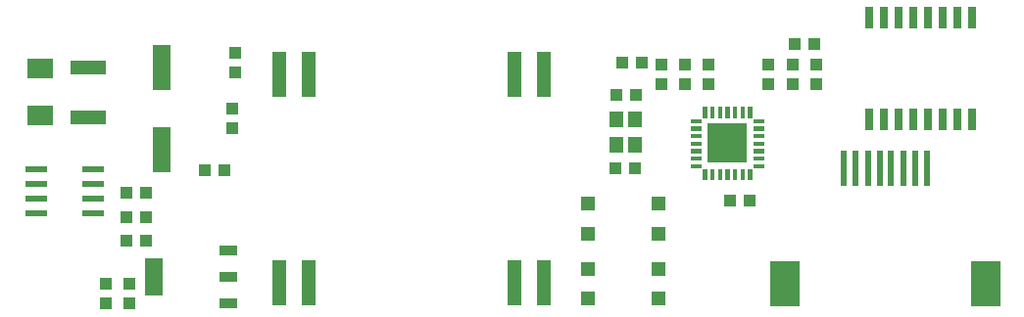
<source format=gtp>
G75*
%MOIN*%
%OFA0B0*%
%FSLAX25Y25*%
%IPPOS*%
%LPD*%
%AMOC8*
5,1,8,0,0,1.08239X$1,22.5*
%
%ADD10R,0.04724X0.04724*%
%ADD11R,0.06299X0.15748*%
%ADD12R,0.03937X0.04331*%
%ADD13R,0.04331X0.03937*%
%ADD14R,0.07800X0.02200*%
%ADD15R,0.08504X0.07008*%
%ADD16C,0.00276*%
%ADD17R,0.02687X0.01280*%
%ADD18R,0.13665X0.13665*%
%ADD19R,0.12000X0.05000*%
%ADD20R,0.04724X0.05512*%
%ADD21R,0.02402X0.12008*%
%ADD22R,0.09843X0.15354*%
%ADD23R,0.04921X0.15748*%
%ADD24R,0.06400X0.03500*%
%ADD25R,0.06400X0.12500*%
%ADD26R,0.02520X0.07520*%
D10*
X0244552Y0021297D03*
X0244552Y0031533D03*
X0244552Y0043383D03*
X0244552Y0053619D03*
X0268567Y0053619D03*
X0268567Y0043383D03*
X0268567Y0031533D03*
X0268567Y0021297D03*
D11*
X0099552Y0072163D03*
X0099552Y0100115D03*
D12*
X0080497Y0019840D03*
X0088567Y0019840D03*
X0088567Y0026533D03*
X0080497Y0026533D03*
X0087623Y0041100D03*
X0094315Y0041100D03*
X0094237Y0049210D03*
X0087544Y0049210D03*
X0087504Y0057281D03*
X0094197Y0057281D03*
X0114158Y0064958D03*
X0120851Y0064958D03*
X0123607Y0079289D03*
X0123607Y0085982D03*
X0124630Y0098265D03*
X0124630Y0104958D03*
X0256245Y0101887D03*
X0262937Y0101887D03*
X0269473Y0101178D03*
X0269473Y0094486D03*
D13*
X0277465Y0094486D03*
X0285536Y0094486D03*
X0285536Y0101178D03*
X0277465Y0101178D03*
X0260772Y0090706D03*
X0254079Y0090706D03*
X0253961Y0065706D03*
X0260654Y0065706D03*
X0292977Y0054643D03*
X0299670Y0054643D03*
X0305969Y0094407D03*
X0314079Y0094486D03*
X0322150Y0094486D03*
X0322150Y0101178D03*
X0314079Y0101178D03*
X0305969Y0101100D03*
X0314788Y0108029D03*
X0321481Y0108029D03*
D14*
X0076141Y0065371D03*
X0076141Y0060371D03*
X0076141Y0055371D03*
X0076141Y0050371D03*
X0056741Y0050371D03*
X0056741Y0055371D03*
X0056741Y0060371D03*
X0056741Y0065371D03*
D15*
X0058174Y0083738D03*
X0058174Y0099761D03*
D16*
X0279493Y0082556D02*
X0282917Y0082556D01*
X0282917Y0081454D01*
X0279493Y0081454D01*
X0279493Y0082556D01*
X0279493Y0081729D02*
X0282917Y0081729D01*
X0282917Y0082004D02*
X0279493Y0082004D01*
X0279493Y0082279D02*
X0282917Y0082279D01*
X0282917Y0082554D02*
X0279493Y0082554D01*
X0279493Y0079997D02*
X0282917Y0079997D01*
X0282917Y0078895D01*
X0279493Y0078895D01*
X0279493Y0079997D01*
X0279493Y0079170D02*
X0282917Y0079170D01*
X0282917Y0079445D02*
X0279493Y0079445D01*
X0279493Y0079720D02*
X0282917Y0079720D01*
X0282917Y0079995D02*
X0279493Y0079995D01*
X0279493Y0077438D02*
X0282917Y0077438D01*
X0282917Y0076336D01*
X0279493Y0076336D01*
X0279493Y0077438D01*
X0279493Y0076611D02*
X0282917Y0076611D01*
X0282917Y0076886D02*
X0279493Y0076886D01*
X0279493Y0077161D02*
X0282917Y0077161D01*
X0282917Y0077436D02*
X0279493Y0077436D01*
X0279493Y0074879D02*
X0282917Y0074879D01*
X0282917Y0073777D01*
X0279493Y0073777D01*
X0279493Y0074879D01*
X0279493Y0074052D02*
X0282917Y0074052D01*
X0282917Y0074327D02*
X0279493Y0074327D01*
X0279493Y0074602D02*
X0282917Y0074602D01*
X0282917Y0074877D02*
X0279493Y0074877D01*
X0279493Y0072320D02*
X0282917Y0072320D01*
X0282917Y0071218D01*
X0279493Y0071218D01*
X0279493Y0072320D01*
X0279493Y0071493D02*
X0282917Y0071493D01*
X0282917Y0071768D02*
X0279493Y0071768D01*
X0279493Y0072043D02*
X0282917Y0072043D01*
X0282917Y0072318D02*
X0279493Y0072318D01*
X0279493Y0069761D02*
X0282917Y0069761D01*
X0282917Y0068659D01*
X0279493Y0068659D01*
X0279493Y0069761D01*
X0279493Y0068934D02*
X0282917Y0068934D01*
X0282917Y0069209D02*
X0279493Y0069209D01*
X0279493Y0069484D02*
X0282917Y0069484D01*
X0282917Y0069759D02*
X0279493Y0069759D01*
X0279493Y0067202D02*
X0282917Y0067202D01*
X0282917Y0066100D01*
X0279493Y0066100D01*
X0279493Y0067202D01*
X0279493Y0066375D02*
X0282917Y0066375D01*
X0282917Y0066650D02*
X0279493Y0066650D01*
X0279493Y0066925D02*
X0282917Y0066925D01*
X0282917Y0067200D02*
X0279493Y0067200D01*
X0283607Y0065410D02*
X0284709Y0065410D01*
X0284709Y0061986D01*
X0283607Y0061986D01*
X0283607Y0065410D01*
X0283607Y0062261D02*
X0284709Y0062261D01*
X0284709Y0062536D02*
X0283607Y0062536D01*
X0283607Y0062811D02*
X0284709Y0062811D01*
X0284709Y0063086D02*
X0283607Y0063086D01*
X0283607Y0063361D02*
X0284709Y0063361D01*
X0284709Y0063636D02*
X0283607Y0063636D01*
X0283607Y0063911D02*
X0284709Y0063911D01*
X0284709Y0064186D02*
X0283607Y0064186D01*
X0283607Y0064461D02*
X0284709Y0064461D01*
X0284709Y0064736D02*
X0283607Y0064736D01*
X0283607Y0065011D02*
X0284709Y0065011D01*
X0284709Y0065286D02*
X0283607Y0065286D01*
X0286166Y0065410D02*
X0287268Y0065410D01*
X0287268Y0061986D01*
X0286166Y0061986D01*
X0286166Y0065410D01*
X0286166Y0062261D02*
X0287268Y0062261D01*
X0287268Y0062536D02*
X0286166Y0062536D01*
X0286166Y0062811D02*
X0287268Y0062811D01*
X0287268Y0063086D02*
X0286166Y0063086D01*
X0286166Y0063361D02*
X0287268Y0063361D01*
X0287268Y0063636D02*
X0286166Y0063636D01*
X0286166Y0063911D02*
X0287268Y0063911D01*
X0287268Y0064186D02*
X0286166Y0064186D01*
X0286166Y0064461D02*
X0287268Y0064461D01*
X0287268Y0064736D02*
X0286166Y0064736D01*
X0286166Y0065011D02*
X0287268Y0065011D01*
X0287268Y0065286D02*
X0286166Y0065286D01*
X0288725Y0065410D02*
X0289827Y0065410D01*
X0289827Y0061986D01*
X0288725Y0061986D01*
X0288725Y0065410D01*
X0288725Y0062261D02*
X0289827Y0062261D01*
X0289827Y0062536D02*
X0288725Y0062536D01*
X0288725Y0062811D02*
X0289827Y0062811D01*
X0289827Y0063086D02*
X0288725Y0063086D01*
X0288725Y0063361D02*
X0289827Y0063361D01*
X0289827Y0063636D02*
X0288725Y0063636D01*
X0288725Y0063911D02*
X0289827Y0063911D01*
X0289827Y0064186D02*
X0288725Y0064186D01*
X0288725Y0064461D02*
X0289827Y0064461D01*
X0289827Y0064736D02*
X0288725Y0064736D01*
X0288725Y0065011D02*
X0289827Y0065011D01*
X0289827Y0065286D02*
X0288725Y0065286D01*
X0291284Y0065410D02*
X0292386Y0065410D01*
X0292386Y0061986D01*
X0291284Y0061986D01*
X0291284Y0065410D01*
X0291284Y0062261D02*
X0292386Y0062261D01*
X0292386Y0062536D02*
X0291284Y0062536D01*
X0291284Y0062811D02*
X0292386Y0062811D01*
X0292386Y0063086D02*
X0291284Y0063086D01*
X0291284Y0063361D02*
X0292386Y0063361D01*
X0292386Y0063636D02*
X0291284Y0063636D01*
X0291284Y0063911D02*
X0292386Y0063911D01*
X0292386Y0064186D02*
X0291284Y0064186D01*
X0291284Y0064461D02*
X0292386Y0064461D01*
X0292386Y0064736D02*
X0291284Y0064736D01*
X0291284Y0065011D02*
X0292386Y0065011D01*
X0292386Y0065286D02*
X0291284Y0065286D01*
X0293843Y0065410D02*
X0294945Y0065410D01*
X0294945Y0061986D01*
X0293843Y0061986D01*
X0293843Y0065410D01*
X0293843Y0062261D02*
X0294945Y0062261D01*
X0294945Y0062536D02*
X0293843Y0062536D01*
X0293843Y0062811D02*
X0294945Y0062811D01*
X0294945Y0063086D02*
X0293843Y0063086D01*
X0293843Y0063361D02*
X0294945Y0063361D01*
X0294945Y0063636D02*
X0293843Y0063636D01*
X0293843Y0063911D02*
X0294945Y0063911D01*
X0294945Y0064186D02*
X0293843Y0064186D01*
X0293843Y0064461D02*
X0294945Y0064461D01*
X0294945Y0064736D02*
X0293843Y0064736D01*
X0293843Y0065011D02*
X0294945Y0065011D01*
X0294945Y0065286D02*
X0293843Y0065286D01*
X0296402Y0065410D02*
X0297504Y0065410D01*
X0297504Y0061986D01*
X0296402Y0061986D01*
X0296402Y0065410D01*
X0296402Y0062261D02*
X0297504Y0062261D01*
X0297504Y0062536D02*
X0296402Y0062536D01*
X0296402Y0062811D02*
X0297504Y0062811D01*
X0297504Y0063086D02*
X0296402Y0063086D01*
X0296402Y0063361D02*
X0297504Y0063361D01*
X0297504Y0063636D02*
X0296402Y0063636D01*
X0296402Y0063911D02*
X0297504Y0063911D01*
X0297504Y0064186D02*
X0296402Y0064186D01*
X0296402Y0064461D02*
X0297504Y0064461D01*
X0297504Y0064736D02*
X0296402Y0064736D01*
X0296402Y0065011D02*
X0297504Y0065011D01*
X0297504Y0065286D02*
X0296402Y0065286D01*
X0298961Y0065410D02*
X0300063Y0065410D01*
X0300063Y0061986D01*
X0298961Y0061986D01*
X0298961Y0065410D01*
X0298961Y0062261D02*
X0300063Y0062261D01*
X0300063Y0062536D02*
X0298961Y0062536D01*
X0298961Y0062811D02*
X0300063Y0062811D01*
X0300063Y0063086D02*
X0298961Y0063086D01*
X0298961Y0063361D02*
X0300063Y0063361D01*
X0300063Y0063636D02*
X0298961Y0063636D01*
X0298961Y0063911D02*
X0300063Y0063911D01*
X0300063Y0064186D02*
X0298961Y0064186D01*
X0298961Y0064461D02*
X0300063Y0064461D01*
X0300063Y0064736D02*
X0298961Y0064736D01*
X0298961Y0065011D02*
X0300063Y0065011D01*
X0300063Y0065286D02*
X0298961Y0065286D01*
X0300753Y0067202D02*
X0304177Y0067202D01*
X0304177Y0066100D01*
X0300753Y0066100D01*
X0300753Y0067202D01*
X0300753Y0066375D02*
X0304177Y0066375D01*
X0304177Y0066650D02*
X0300753Y0066650D01*
X0300753Y0066925D02*
X0304177Y0066925D01*
X0304177Y0067200D02*
X0300753Y0067200D01*
X0300753Y0069761D02*
X0304177Y0069761D01*
X0304177Y0068659D01*
X0300753Y0068659D01*
X0300753Y0069761D01*
X0300753Y0068934D02*
X0304177Y0068934D01*
X0304177Y0069209D02*
X0300753Y0069209D01*
X0300753Y0069484D02*
X0304177Y0069484D01*
X0304177Y0069759D02*
X0300753Y0069759D01*
X0300753Y0072320D02*
X0304177Y0072320D01*
X0304177Y0071218D01*
X0300753Y0071218D01*
X0300753Y0072320D01*
X0300753Y0071493D02*
X0304177Y0071493D01*
X0304177Y0071768D02*
X0300753Y0071768D01*
X0300753Y0072043D02*
X0304177Y0072043D01*
X0304177Y0072318D02*
X0300753Y0072318D01*
X0300753Y0074879D02*
X0304177Y0074879D01*
X0304177Y0073777D01*
X0300753Y0073777D01*
X0300753Y0074879D01*
X0300753Y0074052D02*
X0304177Y0074052D01*
X0304177Y0074327D02*
X0300753Y0074327D01*
X0300753Y0074602D02*
X0304177Y0074602D01*
X0304177Y0074877D02*
X0300753Y0074877D01*
X0300753Y0077438D02*
X0304177Y0077438D01*
X0304177Y0076336D01*
X0300753Y0076336D01*
X0300753Y0077438D01*
X0300753Y0076611D02*
X0304177Y0076611D01*
X0304177Y0076886D02*
X0300753Y0076886D01*
X0300753Y0077161D02*
X0304177Y0077161D01*
X0304177Y0077436D02*
X0300753Y0077436D01*
X0300753Y0079997D02*
X0304177Y0079997D01*
X0304177Y0078895D01*
X0300753Y0078895D01*
X0300753Y0079997D01*
X0300753Y0079170D02*
X0304177Y0079170D01*
X0304177Y0079445D02*
X0300753Y0079445D01*
X0300753Y0079720D02*
X0304177Y0079720D01*
X0304177Y0079995D02*
X0300753Y0079995D01*
X0300753Y0082556D02*
X0304177Y0082556D01*
X0304177Y0081454D01*
X0300753Y0081454D01*
X0300753Y0082556D01*
X0300753Y0081729D02*
X0304177Y0081729D01*
X0304177Y0082004D02*
X0300753Y0082004D01*
X0300753Y0082279D02*
X0304177Y0082279D01*
X0304177Y0082554D02*
X0300753Y0082554D01*
X0300063Y0086670D02*
X0298961Y0086670D01*
X0300063Y0086670D02*
X0300063Y0083246D01*
X0298961Y0083246D01*
X0298961Y0086670D01*
X0298961Y0083521D02*
X0300063Y0083521D01*
X0300063Y0083796D02*
X0298961Y0083796D01*
X0298961Y0084071D02*
X0300063Y0084071D01*
X0300063Y0084346D02*
X0298961Y0084346D01*
X0298961Y0084621D02*
X0300063Y0084621D01*
X0300063Y0084896D02*
X0298961Y0084896D01*
X0298961Y0085171D02*
X0300063Y0085171D01*
X0300063Y0085446D02*
X0298961Y0085446D01*
X0298961Y0085721D02*
X0300063Y0085721D01*
X0300063Y0085996D02*
X0298961Y0085996D01*
X0298961Y0086271D02*
X0300063Y0086271D01*
X0300063Y0086546D02*
X0298961Y0086546D01*
X0297504Y0086670D02*
X0296402Y0086670D01*
X0297504Y0086670D02*
X0297504Y0083246D01*
X0296402Y0083246D01*
X0296402Y0086670D01*
X0296402Y0083521D02*
X0297504Y0083521D01*
X0297504Y0083796D02*
X0296402Y0083796D01*
X0296402Y0084071D02*
X0297504Y0084071D01*
X0297504Y0084346D02*
X0296402Y0084346D01*
X0296402Y0084621D02*
X0297504Y0084621D01*
X0297504Y0084896D02*
X0296402Y0084896D01*
X0296402Y0085171D02*
X0297504Y0085171D01*
X0297504Y0085446D02*
X0296402Y0085446D01*
X0296402Y0085721D02*
X0297504Y0085721D01*
X0297504Y0085996D02*
X0296402Y0085996D01*
X0296402Y0086271D02*
X0297504Y0086271D01*
X0297504Y0086546D02*
X0296402Y0086546D01*
X0294945Y0086670D02*
X0293843Y0086670D01*
X0294945Y0086670D02*
X0294945Y0083246D01*
X0293843Y0083246D01*
X0293843Y0086670D01*
X0293843Y0083521D02*
X0294945Y0083521D01*
X0294945Y0083796D02*
X0293843Y0083796D01*
X0293843Y0084071D02*
X0294945Y0084071D01*
X0294945Y0084346D02*
X0293843Y0084346D01*
X0293843Y0084621D02*
X0294945Y0084621D01*
X0294945Y0084896D02*
X0293843Y0084896D01*
X0293843Y0085171D02*
X0294945Y0085171D01*
X0294945Y0085446D02*
X0293843Y0085446D01*
X0293843Y0085721D02*
X0294945Y0085721D01*
X0294945Y0085996D02*
X0293843Y0085996D01*
X0293843Y0086271D02*
X0294945Y0086271D01*
X0294945Y0086546D02*
X0293843Y0086546D01*
X0292386Y0086670D02*
X0291284Y0086670D01*
X0292386Y0086670D02*
X0292386Y0083246D01*
X0291284Y0083246D01*
X0291284Y0086670D01*
X0291284Y0083521D02*
X0292386Y0083521D01*
X0292386Y0083796D02*
X0291284Y0083796D01*
X0291284Y0084071D02*
X0292386Y0084071D01*
X0292386Y0084346D02*
X0291284Y0084346D01*
X0291284Y0084621D02*
X0292386Y0084621D01*
X0292386Y0084896D02*
X0291284Y0084896D01*
X0291284Y0085171D02*
X0292386Y0085171D01*
X0292386Y0085446D02*
X0291284Y0085446D01*
X0291284Y0085721D02*
X0292386Y0085721D01*
X0292386Y0085996D02*
X0291284Y0085996D01*
X0291284Y0086271D02*
X0292386Y0086271D01*
X0292386Y0086546D02*
X0291284Y0086546D01*
X0289827Y0086670D02*
X0288725Y0086670D01*
X0289827Y0086670D02*
X0289827Y0083246D01*
X0288725Y0083246D01*
X0288725Y0086670D01*
X0288725Y0083521D02*
X0289827Y0083521D01*
X0289827Y0083796D02*
X0288725Y0083796D01*
X0288725Y0084071D02*
X0289827Y0084071D01*
X0289827Y0084346D02*
X0288725Y0084346D01*
X0288725Y0084621D02*
X0289827Y0084621D01*
X0289827Y0084896D02*
X0288725Y0084896D01*
X0288725Y0085171D02*
X0289827Y0085171D01*
X0289827Y0085446D02*
X0288725Y0085446D01*
X0288725Y0085721D02*
X0289827Y0085721D01*
X0289827Y0085996D02*
X0288725Y0085996D01*
X0288725Y0086271D02*
X0289827Y0086271D01*
X0289827Y0086546D02*
X0288725Y0086546D01*
X0287268Y0086670D02*
X0286166Y0086670D01*
X0287268Y0086670D02*
X0287268Y0083246D01*
X0286166Y0083246D01*
X0286166Y0086670D01*
X0286166Y0083521D02*
X0287268Y0083521D01*
X0287268Y0083796D02*
X0286166Y0083796D01*
X0286166Y0084071D02*
X0287268Y0084071D01*
X0287268Y0084346D02*
X0286166Y0084346D01*
X0286166Y0084621D02*
X0287268Y0084621D01*
X0287268Y0084896D02*
X0286166Y0084896D01*
X0286166Y0085171D02*
X0287268Y0085171D01*
X0287268Y0085446D02*
X0286166Y0085446D01*
X0286166Y0085721D02*
X0287268Y0085721D01*
X0287268Y0085996D02*
X0286166Y0085996D01*
X0286166Y0086271D02*
X0287268Y0086271D01*
X0287268Y0086546D02*
X0286166Y0086546D01*
X0284709Y0086670D02*
X0283607Y0086670D01*
X0284709Y0086670D02*
X0284709Y0083246D01*
X0283607Y0083246D01*
X0283607Y0086670D01*
X0283607Y0083521D02*
X0284709Y0083521D01*
X0284709Y0083796D02*
X0283607Y0083796D01*
X0283607Y0084071D02*
X0284709Y0084071D01*
X0284709Y0084346D02*
X0283607Y0084346D01*
X0283607Y0084621D02*
X0284709Y0084621D01*
X0284709Y0084896D02*
X0283607Y0084896D01*
X0283607Y0085171D02*
X0284709Y0085171D01*
X0284709Y0085446D02*
X0283607Y0085446D01*
X0283607Y0085721D02*
X0284709Y0085721D01*
X0284709Y0085996D02*
X0283607Y0085996D01*
X0283607Y0086271D02*
X0284709Y0086271D01*
X0284709Y0086546D02*
X0283607Y0086546D01*
D17*
X0302468Y0069210D03*
D18*
X0291835Y0074328D03*
D19*
X0074394Y0083230D03*
X0074394Y0100230D03*
D20*
X0254079Y0082360D03*
X0260378Y0082360D03*
X0260378Y0073698D03*
X0254079Y0073698D03*
D21*
X0331678Y0065903D03*
X0335693Y0065903D03*
X0339815Y0065903D03*
X0343760Y0065903D03*
X0347705Y0065903D03*
X0351756Y0065903D03*
X0355772Y0065903D03*
X0359788Y0065903D03*
D22*
X0379827Y0026572D03*
X0311638Y0026572D03*
D23*
X0229394Y0026848D03*
X0219394Y0026848D03*
X0149394Y0026848D03*
X0139394Y0026848D03*
X0139394Y0097714D03*
X0149394Y0097714D03*
X0219394Y0097714D03*
X0229394Y0097714D03*
D24*
X0122191Y0037916D03*
X0122191Y0028816D03*
X0122191Y0019716D03*
D25*
X0096991Y0028816D03*
D26*
X0340123Y0082419D03*
X0345123Y0082419D03*
X0350123Y0082419D03*
X0355123Y0082419D03*
X0360123Y0082419D03*
X0365123Y0082419D03*
X0370123Y0082419D03*
X0375123Y0082419D03*
X0375123Y0116946D03*
X0370123Y0116946D03*
X0365123Y0116946D03*
X0360123Y0116946D03*
X0355123Y0116946D03*
X0350123Y0116946D03*
X0345123Y0116946D03*
X0340123Y0116946D03*
M02*

</source>
